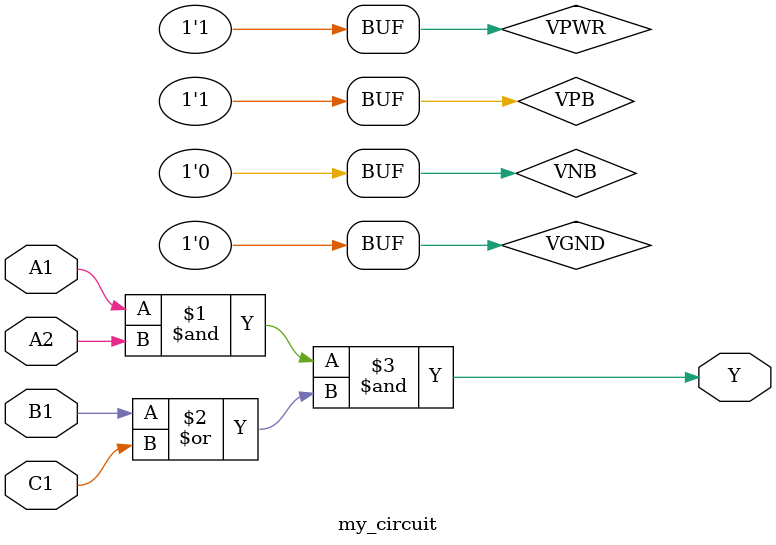
<source format=v>
module my_circuit (
    Y ,
    A1,
    A2,
    B1,
    C1
);

    output Y ;
    input  A1;
    input  A2;
    input  B1;
    input  C1;

    // Voltage supply signals
    supply1 VPWR;
    supply0 VGND;
    supply1 VPB ;
    supply0 VNB ;

    assign Y = (A1 & A2) & (B1 | C1);

endmodule
</source>
